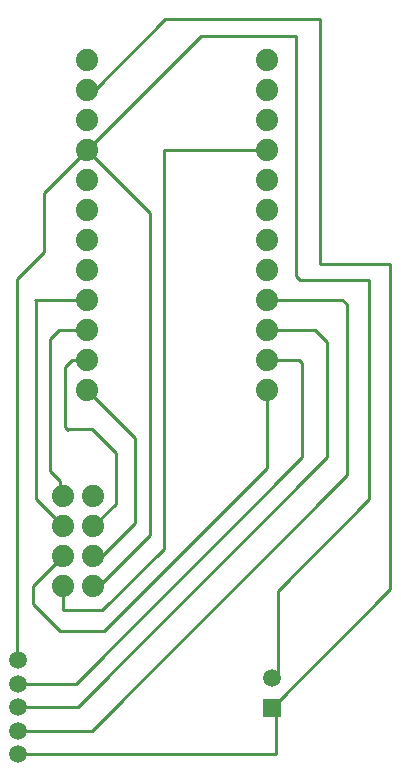
<source format=gbl>
G04 Layer_Physical_Order=2*
G04 Layer_Color=16711680*
%FSAX24Y24*%
%MOIN*%
G70*
G01*
G75*
%ADD10C,0.0740*%
%ADD11R,0.0591X0.0591*%
%ADD12C,0.0591*%
%ADD13C,0.0100*%
D10*
X002800Y024800D02*
D03*
Y023800D02*
D03*
Y022800D02*
D03*
Y021800D02*
D03*
Y020800D02*
D03*
Y019800D02*
D03*
Y018800D02*
D03*
Y017800D02*
D03*
Y016800D02*
D03*
Y015800D02*
D03*
Y014800D02*
D03*
Y013800D02*
D03*
X008800Y024800D02*
D03*
Y023800D02*
D03*
Y022800D02*
D03*
Y021800D02*
D03*
Y020800D02*
D03*
Y019800D02*
D03*
Y018800D02*
D03*
Y017800D02*
D03*
Y016800D02*
D03*
Y015800D02*
D03*
Y014800D02*
D03*
Y013800D02*
D03*
X003000Y010250D02*
D03*
Y009250D02*
D03*
Y008250D02*
D03*
Y007250D02*
D03*
X002000Y010250D02*
D03*
Y009250D02*
D03*
Y008250D02*
D03*
Y007250D02*
D03*
D11*
X008950Y003200D02*
D03*
D12*
Y004200D02*
D03*
X000500Y001650D02*
D03*
Y002437D02*
D03*
Y003225D02*
D03*
Y004012D02*
D03*
Y004800D02*
D03*
D13*
X010550Y018000D02*
X012900D01*
Y007150D02*
Y018000D01*
X010550D02*
Y026150D01*
X012200Y010150D02*
Y017450D01*
X009900D02*
X012200D01*
X005400Y026150D02*
X010550D01*
X001000Y007250D02*
X002000Y008250D01*
X001000Y006650D02*
Y007250D01*
X000500Y001650D02*
X009100D01*
X008950Y003200D02*
X012900Y007150D01*
X003050Y023800D02*
X005400Y026150D01*
X002800Y023800D02*
X003050D01*
X003350Y005750D02*
X008800Y011200D01*
X001900Y005750D02*
X003350D01*
X001000Y006650D02*
X001900Y005750D01*
X000450Y017500D02*
X001350Y018400D01*
X000450Y004850D02*
Y017500D01*
X002800Y013800D02*
X004400Y012200D01*
Y009350D02*
Y012200D01*
X003300Y008250D02*
X004400Y009350D01*
X002800Y021800D02*
X004900Y019700D01*
Y008950D02*
Y019700D01*
X003200Y007250D02*
X004900Y008950D01*
X001100Y010150D02*
Y016750D01*
X001050Y016800D02*
X001100Y016750D01*
X001050Y016800D02*
X002800D01*
X001100Y010150D02*
X002000Y009250D01*
X001850Y015800D02*
X002800D01*
X001550Y015500D02*
X001850Y015800D01*
X001900Y010350D02*
Y010750D01*
X001550Y011100D02*
X001900Y010750D01*
X001550Y011100D02*
Y015500D01*
X002300Y014800D02*
X002800D01*
X002050Y014550D02*
X002300Y014800D01*
X002050Y012550D02*
Y014550D01*
Y012550D02*
X002150Y012450D01*
Y012500D01*
X002950D01*
X008950Y003200D02*
X009100Y003050D01*
Y001650D02*
Y003050D01*
X008950Y004200D02*
X009150Y004400D01*
Y007100D01*
X000500Y004012D02*
X002412D01*
X000500Y003225D02*
X002475D01*
X000500Y002437D02*
X002937D01*
X001900Y007500D02*
X002150Y007250D01*
X002000Y006450D02*
X003300D01*
X002000D02*
Y007250D01*
X003000D02*
X003200D01*
X003000Y008250D02*
X003300D01*
X003000Y009250D02*
X003750Y010000D01*
X001900Y010350D02*
X002000Y010250D01*
X009150Y007100D02*
X012200Y010150D01*
X009750Y017600D02*
X009900Y017450D01*
X009750Y017600D02*
Y025600D01*
X006600D02*
X009750D01*
X002800Y021800D02*
X006600Y025600D01*
X011300Y016800D02*
X011450Y016650D01*
Y010950D02*
Y016650D01*
X002937Y002437D02*
X011450Y010950D01*
X008800Y016800D02*
X011300D01*
X002475Y003225D02*
X010800Y011550D01*
Y015400D01*
X010400Y015800D02*
X010800Y015400D01*
X002550Y023550D02*
X002800Y023800D01*
X001350Y020350D02*
X002800Y021800D01*
X001350Y018400D02*
Y020350D01*
X005350Y008500D02*
Y021800D01*
X003300Y006450D02*
X005350Y008500D01*
X008800Y011200D02*
Y013800D01*
X005350Y021800D02*
X008800D01*
Y015800D02*
X010400D01*
X009850Y014800D02*
X009950Y014700D01*
Y011550D02*
Y014700D01*
X002412Y004012D02*
X009950Y011550D01*
X008800Y014800D02*
X009850D01*
X002950Y012500D02*
X003750Y011700D01*
Y010000D02*
Y011700D01*
M02*

</source>
